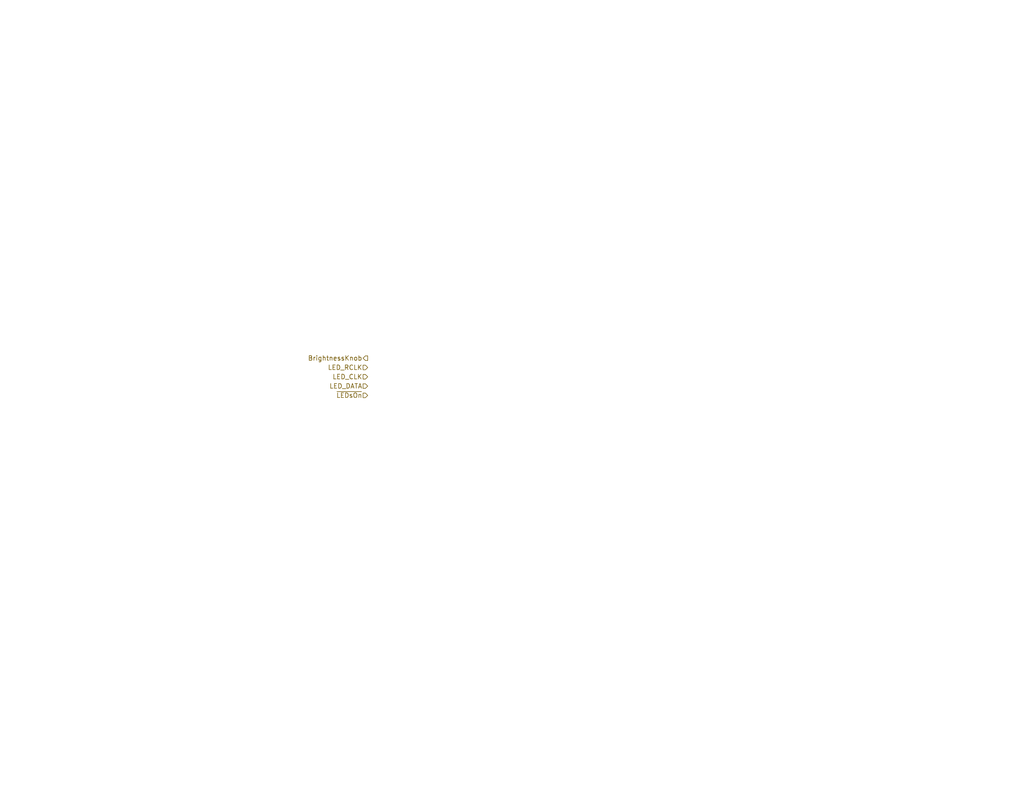
<source format=kicad_sch>
(kicad_sch
	(version 20231120)
	(generator "eeschema")
	(generator_version "8.0")
	(uuid "c1ec7d6c-17b3-4728-84e2-bc537c1d83bb")
	(paper "USLetter")
	(title_block
		(date "2024-03-02")
		(rev "A01")
	)
	(lib_symbols)
	(hierarchical_label "LED_RCLK"
		(shape input)
		(at 100.33 100.33 180)
		(fields_autoplaced yes)
		(effects
			(font
				(size 1.27 1.27)
			)
			(justify right)
		)
		(uuid "1cf85162-a17f-4885-b089-61a428c89ec9")
	)
	(hierarchical_label "BrightnessKnob"
		(shape output)
		(at 100.33 97.79 180)
		(fields_autoplaced yes)
		(effects
			(font
				(size 1.27 1.27)
			)
			(justify right)
		)
		(uuid "c49456ba-d310-41b0-9673-213f3655042d")
	)
	(hierarchical_label "LED_DATA"
		(shape input)
		(at 100.33 105.41 180)
		(fields_autoplaced yes)
		(effects
			(font
				(size 1.27 1.27)
			)
			(justify right)
		)
		(uuid "ce2e264c-0481-41e7-aea4-e719eb7f1a25")
	)
	(hierarchical_label "~{LEDsOn}"
		(shape input)
		(at 100.33 107.95 180)
		(fields_autoplaced yes)
		(effects
			(font
				(size 1.27 1.27)
			)
			(justify right)
		)
		(uuid "e9a675e0-0a56-477f-aa7b-a62520090719")
	)
	(hierarchical_label "LED_CLK"
		(shape input)
		(at 100.33 102.87 180)
		(fields_autoplaced yes)
		(effects
			(font
				(size 1.27 1.27)
			)
			(justify right)
		)
		(uuid "eeb9e838-4a78-4f67-8353-3dc245e8360d")
	)
)
</source>
